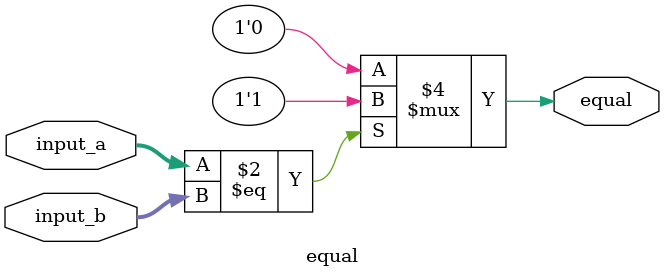
<source format=v>
module equal #(
    parameter WORDSIZE = 64            /* define o tamanho da palavra */
) (
    input wire [WORDSIZE-1:0] input_a,  
    input wire [WORDSIZE-1:0] input_b,
    output reg equal
); 

    always@(*) begin
        if(input_a == input_b)
            equal <= 1'b1;
        else 
            equal <= 1'b0;    
    end
endmodule
</source>
